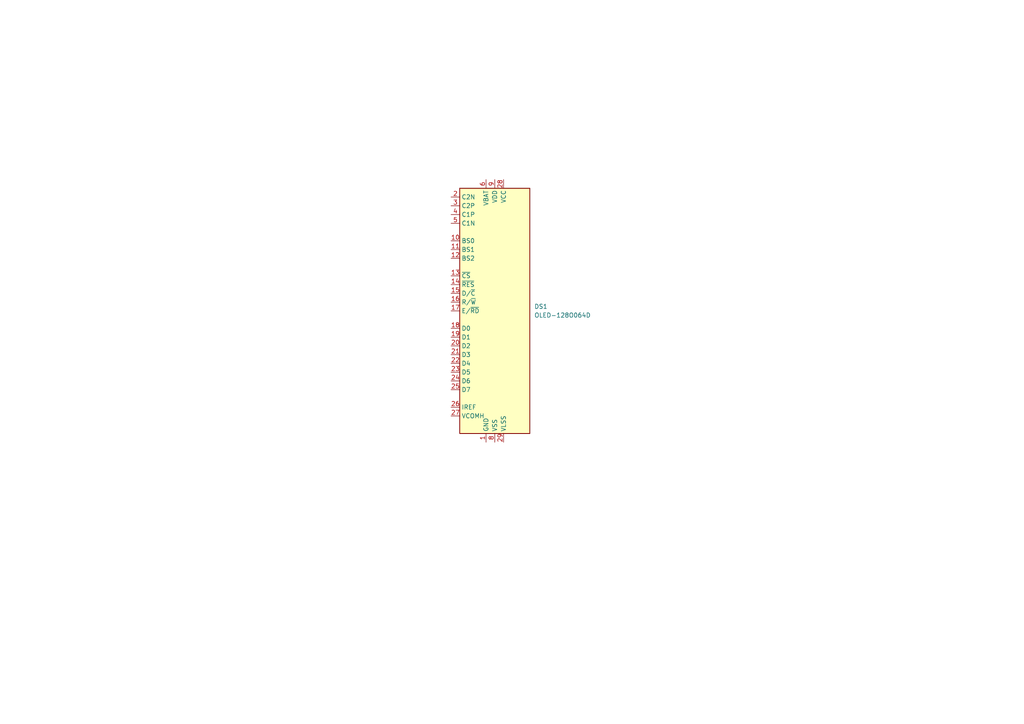
<source format=kicad_sch>
(kicad_sch (version 20210126) (generator eeschema)

  (paper "A4")

  (lib_symbols
    (symbol "Display_Graphic:OLED-128O064D" (in_bom yes) (on_board yes)
      (property "Reference" "DS" (id 0) (at -10.16 38.1 0)
        (effects (font (size 1.27 1.27)))
      )
      (property "Value" "OLED-128O064D" (id 1) (at 12.7 38.1 0)
        (effects (font (size 1.27 1.27)))
      )
      (property "Footprint" "Display:OLED-128O064D" (id 2) (at 0 0 0)
        (effects (font (size 1.27 1.27)) hide)
      )
      (property "Datasheet" "https://www.vishay.com/docs/37902/oled128o064dbpp3n00000.pdf" (id 3) (at 0 20.32 0)
        (effects (font (size 1.27 1.27)) hide)
      )
      (property "ki_keywords" "display oled" (id 4) (at 0 0 0)
        (effects (font (size 1.27 1.27)) hide)
      )
      (property "ki_description" "OLED display 128x64" (id 5) (at 0 0 0)
        (effects (font (size 1.27 1.27)) hide)
      )
      (property "ki_fp_filters" "OLED?128O064D*" (id 6) (at 0 0 0)
        (effects (font (size 1.27 1.27)) hide)
      )
      (symbol "OLED-128O064D_0_1"
        (rectangle (start -10.16 35.56) (end 10.16 -35.56)
          (stroke (width 0.254)) (fill (type background))
        )
      )
      (symbol "OLED-128O064D_1_1"
        (pin power_in line (at -2.54 -38.1 90) (length 2.54)
          (name "GND" (effects (font (size 1.27 1.27))))
          (number "1" (effects (font (size 1.27 1.27))))
        )
        (pin input line (at -12.7 20.32 0) (length 2.54)
          (name "BS0" (effects (font (size 1.27 1.27))))
          (number "10" (effects (font (size 1.27 1.27))))
        )
        (pin input line (at -12.7 17.78 0) (length 2.54)
          (name "BS1" (effects (font (size 1.27 1.27))))
          (number "11" (effects (font (size 1.27 1.27))))
        )
        (pin input line (at -12.7 15.24 0) (length 2.54)
          (name "BS2" (effects (font (size 1.27 1.27))))
          (number "12" (effects (font (size 1.27 1.27))))
        )
        (pin input line (at -12.7 10.16 0) (length 2.54)
          (name "~CS" (effects (font (size 1.27 1.27))))
          (number "13" (effects (font (size 1.27 1.27))))
        )
        (pin input line (at -12.7 7.62 0) (length 2.54)
          (name "~RES" (effects (font (size 1.27 1.27))))
          (number "14" (effects (font (size 1.27 1.27))))
        )
        (pin input line (at -12.7 5.08 0) (length 2.54)
          (name "D/~C" (effects (font (size 1.27 1.27))))
          (number "15" (effects (font (size 1.27 1.27))))
        )
        (pin input line (at -12.7 2.54 0) (length 2.54)
          (name "R/~W" (effects (font (size 1.27 1.27))))
          (number "16" (effects (font (size 1.27 1.27))))
        )
        (pin input line (at -12.7 0 0) (length 2.54)
          (name "E/~RD" (effects (font (size 1.27 1.27))))
          (number "17" (effects (font (size 1.27 1.27))))
        )
        (pin bidirectional line (at -12.7 -5.08 0) (length 2.54)
          (name "D0" (effects (font (size 1.27 1.27))))
          (number "18" (effects (font (size 1.27 1.27))))
        )
        (pin bidirectional line (at -12.7 -7.62 0) (length 2.54)
          (name "D1" (effects (font (size 1.27 1.27))))
          (number "19" (effects (font (size 1.27 1.27))))
        )
        (pin passive line (at -12.7 33.02 0) (length 2.54)
          (name "C2N" (effects (font (size 1.27 1.27))))
          (number "2" (effects (font (size 1.27 1.27))))
        )
        (pin bidirectional line (at -12.7 -10.16 0) (length 2.54)
          (name "D2" (effects (font (size 1.27 1.27))))
          (number "20" (effects (font (size 1.27 1.27))))
        )
        (pin bidirectional line (at -12.7 -12.7 0) (length 2.54)
          (name "D3" (effects (font (size 1.27 1.27))))
          (number "21" (effects (font (size 1.27 1.27))))
        )
        (pin bidirectional line (at -12.7 -15.24 0) (length 2.54)
          (name "D4" (effects (font (size 1.27 1.27))))
          (number "22" (effects (font (size 1.27 1.27))))
        )
        (pin bidirectional line (at -12.7 -17.78 0) (length 2.54)
          (name "D5" (effects (font (size 1.27 1.27))))
          (number "23" (effects (font (size 1.27 1.27))))
        )
        (pin bidirectional line (at -12.7 -20.32 0) (length 2.54)
          (name "D6" (effects (font (size 1.27 1.27))))
          (number "24" (effects (font (size 1.27 1.27))))
        )
        (pin bidirectional line (at -12.7 -22.86 0) (length 2.54)
          (name "D7" (effects (font (size 1.27 1.27))))
          (number "25" (effects (font (size 1.27 1.27))))
        )
        (pin passive line (at -12.7 -27.94 0) (length 2.54)
          (name "IREF" (effects (font (size 1.27 1.27))))
          (number "26" (effects (font (size 1.27 1.27))))
        )
        (pin passive line (at -12.7 -30.48 0) (length 2.54)
          (name "VCOMH" (effects (font (size 1.27 1.27))))
          (number "27" (effects (font (size 1.27 1.27))))
        )
        (pin power_in line (at 2.54 38.1 270) (length 2.54)
          (name "VCC" (effects (font (size 1.27 1.27))))
          (number "28" (effects (font (size 1.27 1.27))))
        )
        (pin power_in line (at 2.54 -38.1 90) (length 2.54)
          (name "VLSS" (effects (font (size 1.27 1.27))))
          (number "29" (effects (font (size 1.27 1.27))))
        )
        (pin passive line (at -12.7 30.48 0) (length 2.54)
          (name "C2P" (effects (font (size 1.27 1.27))))
          (number "3" (effects (font (size 1.27 1.27))))
        )
        (pin passive line (at -2.54 -38.1 90) (length 2.54) hide
          (name "GND" (effects (font (size 1.27 1.27))))
          (number "30" (effects (font (size 1.27 1.27))))
        )
        (pin passive line (at -12.7 27.94 0) (length 2.54)
          (name "C1P" (effects (font (size 1.27 1.27))))
          (number "4" (effects (font (size 1.27 1.27))))
        )
        (pin passive line (at -12.7 25.4 0) (length 2.54)
          (name "C1N" (effects (font (size 1.27 1.27))))
          (number "5" (effects (font (size 1.27 1.27))))
        )
        (pin power_in line (at -2.54 38.1 270) (length 2.54)
          (name "VBAT" (effects (font (size 1.27 1.27))))
          (number "6" (effects (font (size 1.27 1.27))))
        )
        (pin no_connect line (at 10.16 0 180) (length 2.54) hide
          (name "NC" (effects (font (size 1.27 1.27))))
          (number "7" (effects (font (size 1.27 1.27))))
        )
        (pin power_in line (at 0 -38.1 90) (length 2.54)
          (name "VSS" (effects (font (size 1.27 1.27))))
          (number "8" (effects (font (size 1.27 1.27))))
        )
        (pin power_in line (at 0 38.1 270) (length 2.54)
          (name "VDD" (effects (font (size 1.27 1.27))))
          (number "9" (effects (font (size 1.27 1.27))))
        )
      )
    )
  )


  (symbol (lib_id "Display_Graphic:OLED-128O064D") (at 143.51 90.17 0) (unit 1)
    (in_bom yes) (on_board yes)
    (uuid 0630be4a-42b9-4a8f-ac62-21c30f2ed69f)
    (property "Reference" "DS1" (id 0) (at 154.94 88.9 0)
      (effects (font (size 1.27 1.27)) (justify left))
    )
    (property "Value" "OLED-128O064D" (id 1) (at 154.94 91.44 0)
      (effects (font (size 1.27 1.27)) (justify left))
    )
    (property "Footprint" "Display:OLED-128O064D" (id 2) (at 143.51 90.17 0)
      (effects (font (size 1.27 1.27)) hide)
    )
    (property "Datasheet" "https://www.vishay.com/docs/37902/oled128o064dbpp3n00000.pdf" (id 3) (at 143.51 69.85 0)
      (effects (font (size 1.27 1.27)) hide)
    )
    (pin "1" (uuid 456d47e7-988b-4a1d-9fe1-c7ea5fc132b7))
    (pin "10" (uuid 5243b90e-0e1d-4632-a145-23485b7e95e4))
    (pin "11" (uuid 106e577f-ee0f-4947-971f-c02e7c3a8ffa))
    (pin "12" (uuid 16a519c5-9aaf-41b0-9e0d-ef6cf2568ddb))
    (pin "13" (uuid 5a496909-4ad5-403e-9c0d-c914608ac98f))
    (pin "14" (uuid 05ff5a95-d706-44e4-bac6-fc02c325cb5b))
    (pin "15" (uuid 44e861fd-4540-4ec0-b042-8e2f3e1f325a))
    (pin "16" (uuid 5e2248ff-66b7-41a8-82ae-795b04a49c63))
    (pin "17" (uuid 142e64bf-3bcb-4f64-bdee-d797d87c7973))
    (pin "18" (uuid b15cb15c-ce95-4057-9b68-4c3d4e01699a))
    (pin "19" (uuid be2085e6-30af-48be-bfd9-7dcb6d1216f5))
    (pin "2" (uuid bcd4b7ba-2a5d-4e5c-a749-8a1dc2a7e38a))
    (pin "20" (uuid 5784f915-3cdf-4cde-9d93-ae9196e4dec8))
    (pin "21" (uuid 6e3ad034-5875-4ab0-b3fb-87391fdb330e))
    (pin "22" (uuid f0e8dc65-2819-4038-8b22-0cf82bc89814))
    (pin "23" (uuid 38d7549b-17d7-42eb-a51a-44dd049be782))
    (pin "24" (uuid 5d8e87e3-055d-4f93-828e-62e313362ae1))
    (pin "25" (uuid 42e74d1b-4fc1-46ef-948f-51ea8d5aaa5a))
    (pin "26" (uuid bd4f7bf1-2419-457e-b755-1c40da8c82ba))
    (pin "27" (uuid 25e98d0e-cd2f-4e63-9b6b-15c0d83b70c3))
    (pin "28" (uuid 3d883209-dd68-4b33-b7af-84e384de679b))
    (pin "29" (uuid 4db71045-e3f7-4dd0-88a9-bfb905459b7f))
    (pin "3" (uuid 9e9591f7-a7f7-4284-b2ac-bc23e97d20e6))
    (pin "30" (uuid 9c9985ab-cf29-496d-a183-44d6bb6ce223))
    (pin "4" (uuid a5334005-9e95-4e4d-8146-9fbccd727443))
    (pin "5" (uuid 6cf74b48-151b-4ed8-8cfc-9019af4f7388))
    (pin "6" (uuid 0e4f9c99-1183-403d-be8d-2e56365372cc))
    (pin "7" (uuid fb617181-af78-49f1-bbed-8b0befb2ad35))
    (pin "8" (uuid 3d48be92-b585-44e0-b141-29bdb76be6c7))
    (pin "9" (uuid 394d3d62-970b-4ea2-9435-9f54f290d78a))
  )
)

</source>
